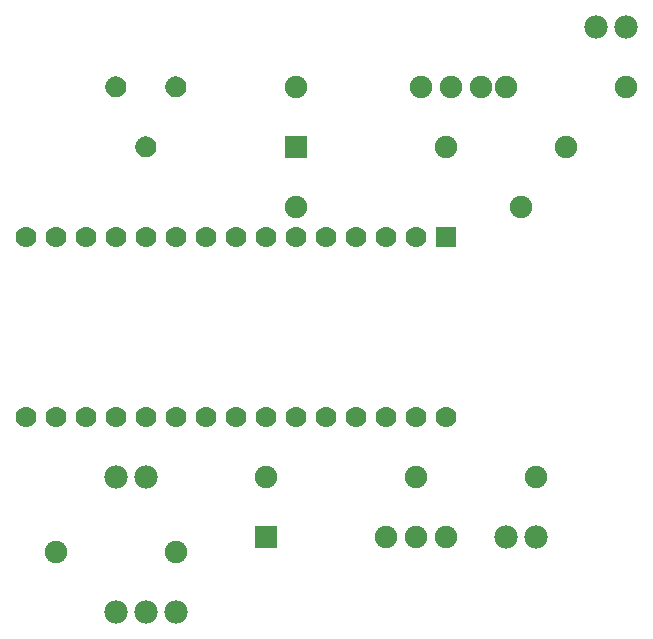
<source format=gtl>
G04 MADE WITH FRITZING*
G04 WWW.FRITZING.ORG*
G04 DOUBLE SIDED*
G04 HOLES PLATED*
G04 CONTOUR ON CENTER OF CONTOUR VECTOR*
%ASAXBY*%
%FSLAX23Y23*%
%MOIN*%
%OFA0B0*%
%SFA1.0B1.0*%
%ADD10C,0.070000*%
%ADD11C,0.075000*%
%ADD12C,0.078000*%
%ADD13R,0.070000X0.069972*%
%ADD14R,0.075000X0.075000*%
%ADD15R,0.001000X0.001000*%
%LNCOPPER1*%
G90*
G70*
G54D10*
X1561Y1422D03*
X1461Y1422D03*
X1361Y1422D03*
X1261Y1422D03*
X1161Y1422D03*
X1061Y1422D03*
X961Y1422D03*
X861Y1422D03*
X761Y1422D03*
X661Y1422D03*
X561Y1422D03*
X461Y1422D03*
X361Y1422D03*
X261Y1422D03*
X161Y1422D03*
X1561Y822D03*
X1461Y822D03*
X1361Y822D03*
X1261Y822D03*
X1161Y822D03*
X1061Y822D03*
X961Y822D03*
X861Y822D03*
X761Y822D03*
X661Y822D03*
X561Y822D03*
X461Y822D03*
X361Y822D03*
X261Y822D03*
X161Y822D03*
X661Y1922D03*
X461Y1922D03*
X561Y1722D03*
G54D11*
X1061Y1722D03*
X1061Y1922D03*
X1561Y422D03*
X1461Y422D03*
X1361Y422D03*
X1861Y622D03*
X1461Y622D03*
X1761Y1922D03*
X2161Y1922D03*
G54D12*
X2161Y2122D03*
X2061Y2122D03*
X1761Y422D03*
X1861Y422D03*
G54D11*
X1961Y1722D03*
X1561Y1722D03*
X261Y372D03*
X661Y372D03*
G54D12*
X561Y622D03*
X461Y622D03*
G54D11*
X961Y422D03*
X961Y622D03*
X1476Y1922D03*
X1576Y1922D03*
X1676Y1922D03*
G54D12*
X661Y172D03*
X561Y172D03*
X461Y172D03*
G54D11*
X1061Y1522D03*
X1811Y1522D03*
G54D13*
X1561Y1422D03*
G54D14*
X1061Y1722D03*
X961Y422D03*
G54D15*
X455Y1957D02*
X465Y1957D01*
X655Y1957D02*
X665Y1957D01*
X451Y1956D02*
X469Y1956D01*
X651Y1956D02*
X669Y1956D01*
X448Y1955D02*
X472Y1955D01*
X648Y1955D02*
X672Y1955D01*
X446Y1954D02*
X474Y1954D01*
X646Y1954D02*
X674Y1954D01*
X444Y1953D02*
X476Y1953D01*
X644Y1953D02*
X676Y1953D01*
X442Y1952D02*
X478Y1952D01*
X642Y1952D02*
X678Y1952D01*
X440Y1951D02*
X480Y1951D01*
X640Y1951D02*
X680Y1951D01*
X439Y1950D02*
X481Y1950D01*
X639Y1950D02*
X681Y1950D01*
X438Y1949D02*
X482Y1949D01*
X638Y1949D02*
X682Y1949D01*
X437Y1948D02*
X483Y1948D01*
X637Y1948D02*
X683Y1948D01*
X436Y1947D02*
X485Y1947D01*
X635Y1947D02*
X685Y1947D01*
X435Y1946D02*
X485Y1946D01*
X635Y1946D02*
X685Y1946D01*
X434Y1945D02*
X486Y1945D01*
X634Y1945D02*
X686Y1945D01*
X433Y1944D02*
X487Y1944D01*
X633Y1944D02*
X687Y1944D01*
X432Y1943D02*
X488Y1943D01*
X632Y1943D02*
X688Y1943D01*
X432Y1942D02*
X488Y1942D01*
X632Y1942D02*
X688Y1942D01*
X431Y1941D02*
X489Y1941D01*
X631Y1941D02*
X689Y1941D01*
X430Y1940D02*
X490Y1940D01*
X630Y1940D02*
X690Y1940D01*
X430Y1939D02*
X490Y1939D01*
X630Y1939D02*
X690Y1939D01*
X429Y1938D02*
X491Y1938D01*
X629Y1938D02*
X691Y1938D01*
X429Y1937D02*
X455Y1937D01*
X465Y1937D02*
X491Y1937D01*
X629Y1937D02*
X655Y1937D01*
X665Y1937D02*
X691Y1937D01*
X428Y1936D02*
X453Y1936D01*
X467Y1936D02*
X492Y1936D01*
X628Y1936D02*
X653Y1936D01*
X667Y1936D02*
X692Y1936D01*
X428Y1935D02*
X451Y1935D01*
X469Y1935D02*
X492Y1935D01*
X628Y1935D02*
X651Y1935D01*
X669Y1935D02*
X692Y1935D01*
X428Y1934D02*
X450Y1934D01*
X470Y1934D02*
X492Y1934D01*
X628Y1934D02*
X650Y1934D01*
X670Y1934D02*
X692Y1934D01*
X427Y1933D02*
X449Y1933D01*
X471Y1933D02*
X493Y1933D01*
X627Y1933D02*
X649Y1933D01*
X671Y1933D02*
X693Y1933D01*
X427Y1932D02*
X448Y1932D01*
X472Y1932D02*
X493Y1932D01*
X627Y1932D02*
X648Y1932D01*
X672Y1932D02*
X693Y1932D01*
X427Y1931D02*
X447Y1931D01*
X473Y1931D02*
X493Y1931D01*
X627Y1931D02*
X647Y1931D01*
X673Y1931D02*
X693Y1931D01*
X426Y1930D02*
X446Y1930D01*
X474Y1930D02*
X494Y1930D01*
X626Y1930D02*
X646Y1930D01*
X674Y1930D02*
X694Y1930D01*
X426Y1929D02*
X446Y1929D01*
X474Y1929D02*
X494Y1929D01*
X626Y1929D02*
X646Y1929D01*
X674Y1929D02*
X694Y1929D01*
X426Y1928D02*
X445Y1928D01*
X475Y1928D02*
X494Y1928D01*
X626Y1928D02*
X645Y1928D01*
X675Y1928D02*
X694Y1928D01*
X426Y1927D02*
X445Y1927D01*
X475Y1927D02*
X494Y1927D01*
X626Y1927D02*
X645Y1927D01*
X675Y1927D02*
X694Y1927D01*
X426Y1926D02*
X445Y1926D01*
X475Y1926D02*
X494Y1926D01*
X626Y1926D02*
X645Y1926D01*
X675Y1926D02*
X694Y1926D01*
X426Y1925D02*
X445Y1925D01*
X475Y1925D02*
X494Y1925D01*
X626Y1925D02*
X645Y1925D01*
X675Y1925D02*
X694Y1925D01*
X426Y1924D02*
X445Y1924D01*
X475Y1924D02*
X494Y1924D01*
X626Y1924D02*
X645Y1924D01*
X675Y1924D02*
X694Y1924D01*
X426Y1923D02*
X445Y1923D01*
X475Y1923D02*
X494Y1923D01*
X626Y1923D02*
X645Y1923D01*
X675Y1923D02*
X694Y1923D01*
X426Y1922D02*
X445Y1922D01*
X475Y1922D02*
X494Y1922D01*
X626Y1922D02*
X645Y1922D01*
X675Y1922D02*
X694Y1922D01*
X426Y1921D02*
X445Y1921D01*
X475Y1921D02*
X494Y1921D01*
X626Y1921D02*
X645Y1921D01*
X675Y1921D02*
X694Y1921D01*
X426Y1920D02*
X445Y1920D01*
X475Y1920D02*
X494Y1920D01*
X626Y1920D02*
X645Y1920D01*
X675Y1920D02*
X694Y1920D01*
X426Y1919D02*
X445Y1919D01*
X475Y1919D02*
X494Y1919D01*
X626Y1919D02*
X645Y1919D01*
X675Y1919D02*
X694Y1919D01*
X426Y1918D02*
X445Y1918D01*
X475Y1918D02*
X494Y1918D01*
X626Y1918D02*
X645Y1918D01*
X675Y1918D02*
X694Y1918D01*
X426Y1917D02*
X445Y1917D01*
X475Y1917D02*
X494Y1917D01*
X626Y1917D02*
X645Y1917D01*
X675Y1917D02*
X694Y1917D01*
X426Y1916D02*
X446Y1916D01*
X474Y1916D02*
X494Y1916D01*
X626Y1916D02*
X646Y1916D01*
X674Y1916D02*
X694Y1916D01*
X426Y1915D02*
X446Y1915D01*
X474Y1915D02*
X494Y1915D01*
X626Y1915D02*
X646Y1915D01*
X674Y1915D02*
X694Y1915D01*
X427Y1914D02*
X447Y1914D01*
X473Y1914D02*
X493Y1914D01*
X627Y1914D02*
X647Y1914D01*
X673Y1914D02*
X693Y1914D01*
X427Y1913D02*
X448Y1913D01*
X472Y1913D02*
X493Y1913D01*
X627Y1913D02*
X648Y1913D01*
X672Y1913D02*
X693Y1913D01*
X427Y1912D02*
X449Y1912D01*
X471Y1912D02*
X493Y1912D01*
X627Y1912D02*
X649Y1912D01*
X671Y1912D02*
X693Y1912D01*
X428Y1911D02*
X450Y1911D01*
X470Y1911D02*
X492Y1911D01*
X628Y1911D02*
X650Y1911D01*
X670Y1911D02*
X692Y1911D01*
X428Y1910D02*
X451Y1910D01*
X469Y1910D02*
X492Y1910D01*
X628Y1910D02*
X651Y1910D01*
X669Y1910D02*
X692Y1910D01*
X428Y1909D02*
X453Y1909D01*
X467Y1909D02*
X492Y1909D01*
X628Y1909D02*
X653Y1909D01*
X667Y1909D02*
X692Y1909D01*
X429Y1908D02*
X456Y1908D01*
X464Y1908D02*
X491Y1908D01*
X629Y1908D02*
X656Y1908D01*
X664Y1908D02*
X691Y1908D01*
X429Y1907D02*
X491Y1907D01*
X629Y1907D02*
X691Y1907D01*
X430Y1906D02*
X490Y1906D01*
X630Y1906D02*
X690Y1906D01*
X430Y1905D02*
X490Y1905D01*
X630Y1905D02*
X690Y1905D01*
X431Y1904D02*
X489Y1904D01*
X631Y1904D02*
X689Y1904D01*
X432Y1903D02*
X488Y1903D01*
X632Y1903D02*
X688Y1903D01*
X432Y1902D02*
X488Y1902D01*
X632Y1902D02*
X688Y1902D01*
X433Y1901D02*
X487Y1901D01*
X633Y1901D02*
X687Y1901D01*
X434Y1900D02*
X486Y1900D01*
X634Y1900D02*
X686Y1900D01*
X435Y1899D02*
X485Y1899D01*
X635Y1899D02*
X685Y1899D01*
X436Y1898D02*
X484Y1898D01*
X636Y1898D02*
X684Y1898D01*
X437Y1897D02*
X483Y1897D01*
X637Y1897D02*
X683Y1897D01*
X438Y1896D02*
X482Y1896D01*
X638Y1896D02*
X682Y1896D01*
X439Y1895D02*
X481Y1895D01*
X639Y1895D02*
X681Y1895D01*
X440Y1894D02*
X480Y1894D01*
X640Y1894D02*
X680Y1894D01*
X442Y1893D02*
X478Y1893D01*
X642Y1893D02*
X678Y1893D01*
X444Y1892D02*
X476Y1892D01*
X644Y1892D02*
X676Y1892D01*
X446Y1891D02*
X474Y1891D01*
X646Y1891D02*
X674Y1891D01*
X448Y1890D02*
X472Y1890D01*
X648Y1890D02*
X672Y1890D01*
X451Y1889D02*
X469Y1889D01*
X651Y1889D02*
X669Y1889D01*
X456Y1888D02*
X464Y1888D01*
X656Y1888D02*
X664Y1888D01*
X555Y1757D02*
X565Y1757D01*
X551Y1756D02*
X569Y1756D01*
X548Y1755D02*
X572Y1755D01*
X546Y1754D02*
X574Y1754D01*
X544Y1753D02*
X576Y1753D01*
X542Y1752D02*
X578Y1752D01*
X540Y1751D02*
X580Y1751D01*
X539Y1750D02*
X581Y1750D01*
X538Y1749D02*
X582Y1749D01*
X537Y1748D02*
X584Y1748D01*
X535Y1747D02*
X585Y1747D01*
X535Y1746D02*
X585Y1746D01*
X534Y1745D02*
X586Y1745D01*
X533Y1744D02*
X587Y1744D01*
X532Y1743D02*
X588Y1743D01*
X532Y1742D02*
X588Y1742D01*
X531Y1741D02*
X589Y1741D01*
X530Y1740D02*
X590Y1740D01*
X530Y1739D02*
X590Y1739D01*
X529Y1738D02*
X591Y1738D01*
X529Y1737D02*
X555Y1737D01*
X565Y1737D02*
X591Y1737D01*
X528Y1736D02*
X553Y1736D01*
X567Y1736D02*
X592Y1736D01*
X528Y1735D02*
X551Y1735D01*
X569Y1735D02*
X592Y1735D01*
X528Y1734D02*
X550Y1734D01*
X570Y1734D02*
X592Y1734D01*
X527Y1733D02*
X549Y1733D01*
X571Y1733D02*
X593Y1733D01*
X527Y1732D02*
X548Y1732D01*
X572Y1732D02*
X593Y1732D01*
X527Y1731D02*
X547Y1731D01*
X573Y1731D02*
X593Y1731D01*
X526Y1730D02*
X546Y1730D01*
X574Y1730D02*
X594Y1730D01*
X526Y1729D02*
X546Y1729D01*
X574Y1729D02*
X594Y1729D01*
X526Y1728D02*
X545Y1728D01*
X575Y1728D02*
X594Y1728D01*
X526Y1727D02*
X545Y1727D01*
X575Y1727D02*
X594Y1727D01*
X526Y1726D02*
X545Y1726D01*
X575Y1726D02*
X594Y1726D01*
X526Y1725D02*
X545Y1725D01*
X575Y1725D02*
X594Y1725D01*
X526Y1724D02*
X545Y1724D01*
X575Y1724D02*
X594Y1724D01*
X526Y1723D02*
X545Y1723D01*
X575Y1723D02*
X594Y1723D01*
X526Y1722D02*
X545Y1722D01*
X575Y1722D02*
X594Y1722D01*
X526Y1721D02*
X545Y1721D01*
X575Y1721D02*
X594Y1721D01*
X526Y1720D02*
X545Y1720D01*
X575Y1720D02*
X594Y1720D01*
X526Y1719D02*
X545Y1719D01*
X575Y1719D02*
X594Y1719D01*
X526Y1718D02*
X545Y1718D01*
X575Y1718D02*
X594Y1718D01*
X526Y1717D02*
X545Y1717D01*
X575Y1717D02*
X594Y1717D01*
X526Y1716D02*
X546Y1716D01*
X574Y1716D02*
X594Y1716D01*
X526Y1715D02*
X546Y1715D01*
X574Y1715D02*
X594Y1715D01*
X527Y1714D02*
X547Y1714D01*
X573Y1714D02*
X593Y1714D01*
X527Y1713D02*
X548Y1713D01*
X572Y1713D02*
X593Y1713D01*
X527Y1712D02*
X549Y1712D01*
X571Y1712D02*
X593Y1712D01*
X528Y1711D02*
X550Y1711D01*
X570Y1711D02*
X592Y1711D01*
X528Y1710D02*
X551Y1710D01*
X569Y1710D02*
X592Y1710D01*
X528Y1709D02*
X553Y1709D01*
X567Y1709D02*
X592Y1709D01*
X529Y1708D02*
X556Y1708D01*
X564Y1708D02*
X591Y1708D01*
X529Y1707D02*
X591Y1707D01*
X530Y1706D02*
X590Y1706D01*
X530Y1705D02*
X590Y1705D01*
X531Y1704D02*
X589Y1704D01*
X532Y1703D02*
X588Y1703D01*
X532Y1702D02*
X588Y1702D01*
X533Y1701D02*
X587Y1701D01*
X534Y1700D02*
X586Y1700D01*
X535Y1699D02*
X585Y1699D01*
X536Y1698D02*
X584Y1698D01*
X537Y1697D02*
X583Y1697D01*
X538Y1696D02*
X582Y1696D01*
X539Y1695D02*
X581Y1695D01*
X541Y1694D02*
X580Y1694D01*
X542Y1693D02*
X578Y1693D01*
X544Y1692D02*
X576Y1692D01*
X546Y1691D02*
X574Y1691D01*
X548Y1690D02*
X572Y1690D01*
X551Y1689D02*
X569Y1689D01*
X556Y1688D02*
X564Y1688D01*
D02*
G04 End of Copper1*
M02*
</source>
